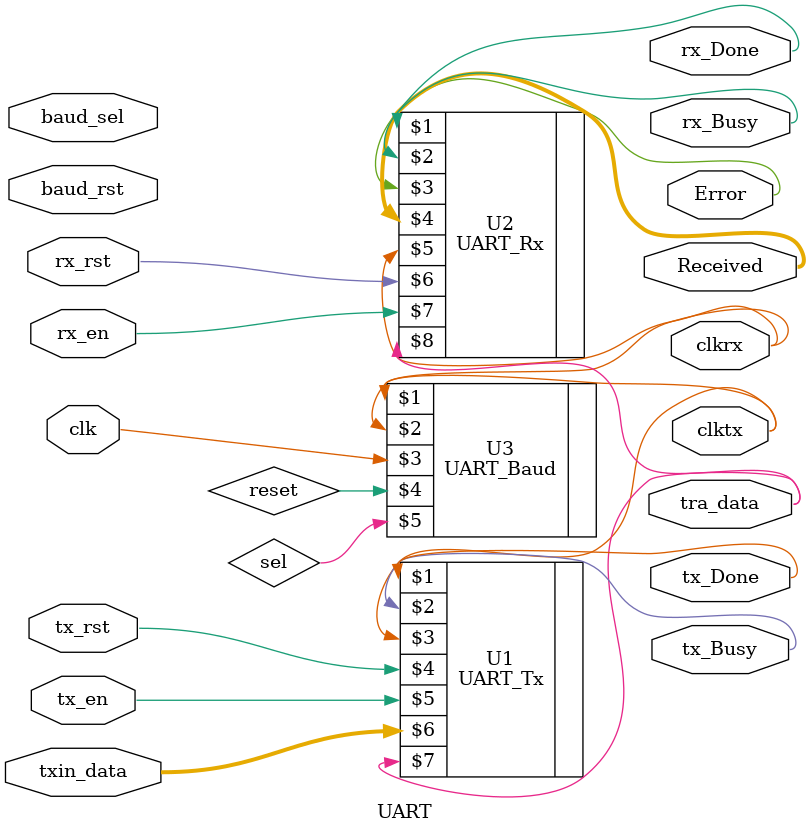
<source format=v>
module UART(clkrx,     // receiver clk
            clktx,     // Transmitter clk
            tra_data,  // Transmitter Output
            tx_Done,   // Transmitter Done
            tx_Busy,   // Transmitter Busy
            rx_Done,   // Receiver Done
            rx_Busy,   // Receiver Busy
            Error,     // Receiver Error
            Received,  // Received Data
            tx_rst,    // Transmitter Reset
            tx_en,     // Transmitter Enable
            rx_en,     // Receiver Enable
            rx_rst,    // Receiver reset
            /*rx_data,*/   // Receiver Input Data
            clk,       // Board Clock
            txin_data, // Transmitter Input Data
            baud_rst,  // Baud generater Reset
            baud_sel   // Baud Selection Line
               );

input wire tx_rst,tx_en,rx_en,rx_rst,/*rx_data,*/clk,baud_rst;
input wire[1:0]baud_sel;
input wire [9:0]txin_data;
output wire tra_data,tx_Done,tx_Busy,rx_Done,rx_Busy,Error,clkrx,clktx;
output wire[7:0]Received;

UART_Tx   U1(tx_Done,tx_Busy,clktx,tx_rst,tx_en,txin_data,tra_data);
UART_Rx   U2(rx_Done,rx_Busy,Error,Received,clkrx,rx_rst,rx_en,tra_data);
UART_Baud U3(clkrx,clktx,clk,reset,sel);

endmodule

</source>
